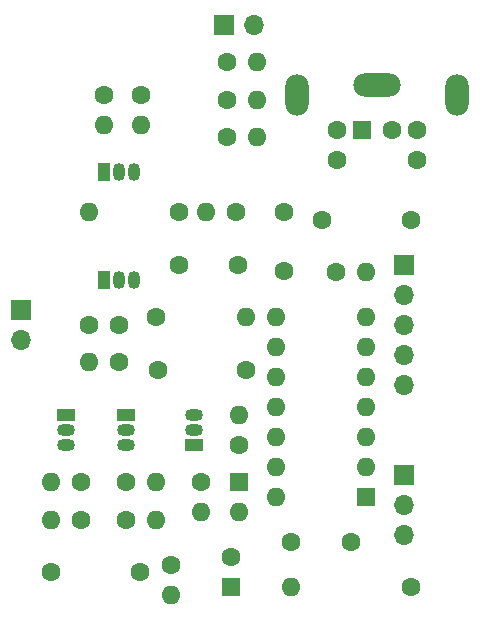
<source format=gbr>
%TF.GenerationSoftware,KiCad,Pcbnew,7.0.9-7.0.9~ubuntu22.04.1*%
%TF.CreationDate,2023-12-20T14:54:54+01:00*%
%TF.ProjectId,CoCo2VideoMod,436f436f-3256-4696-9465-6f4d6f642e6b,rev?*%
%TF.SameCoordinates,Original*%
%TF.FileFunction,Soldermask,Bot*%
%TF.FilePolarity,Negative*%
%FSLAX46Y46*%
G04 Gerber Fmt 4.6, Leading zero omitted, Abs format (unit mm)*
G04 Created by KiCad (PCBNEW 7.0.9-7.0.9~ubuntu22.04.1) date 2023-12-20 14:54:54*
%MOMM*%
%LPD*%
G01*
G04 APERTURE LIST*
%ADD10C,1.600000*%
%ADD11O,1.600000X1.600000*%
%ADD12R,1.700000X1.700000*%
%ADD13O,1.700000X1.700000*%
%ADD14R,1.600000X1.600000*%
%ADD15R,1.500000X1.050000*%
%ADD16O,1.500000X1.050000*%
%ADD17R,1.050000X1.500000*%
%ADD18O,1.050000X1.500000*%
%ADD19O,2.000000X3.500000*%
%ADD20O,4.000000X2.000000*%
G04 APERTURE END LIST*
D10*
%TO.C,C7*%
X224850000Y-66040000D03*
X232350000Y-66040000D03*
%TD*%
%TO.C,R12*%
X204470000Y-88265000D03*
D11*
X201930000Y-88265000D03*
%TD*%
D12*
%TO.C,J6*%
X216530000Y-49530000D03*
D13*
X219070000Y-49530000D03*
%TD*%
D10*
%TO.C,C1*%
X205125000Y-74930000D03*
X207625000Y-74930000D03*
%TD*%
D14*
%TO.C,C2*%
X217170000Y-97115000D03*
D10*
X217170000Y-94615000D03*
%TD*%
D14*
%TO.C,U1*%
X228590000Y-89540000D03*
D11*
X228590000Y-87000000D03*
X228590000Y-84460000D03*
X228590000Y-81920000D03*
X228590000Y-79380000D03*
X228590000Y-76840000D03*
X228590000Y-74300000D03*
X220970000Y-74300000D03*
X220970000Y-76840000D03*
X220970000Y-79380000D03*
X220970000Y-81920000D03*
X220970000Y-84460000D03*
X220970000Y-87000000D03*
X220970000Y-89540000D03*
%TD*%
D10*
%TO.C,R15*%
X206375000Y-55470000D03*
D11*
X206375000Y-58010000D03*
%TD*%
D10*
%TO.C,R17*%
X226060000Y-70485000D03*
D11*
X228600000Y-70485000D03*
%TD*%
D10*
%TO.C,L1*%
X232410000Y-97155000D03*
D11*
X222250000Y-97155000D03*
%TD*%
D10*
%TO.C,R6*%
X208280000Y-88265000D03*
D11*
X210820000Y-88265000D03*
%TD*%
D15*
%TO.C,Q4*%
X213995000Y-85090000D03*
D16*
X213995000Y-83820000D03*
X213995000Y-82550000D03*
%TD*%
D10*
%TO.C,R7*%
X204470000Y-91440000D03*
D11*
X201930000Y-91440000D03*
%TD*%
D14*
%TO.C,D1*%
X217805000Y-88265000D03*
D11*
X217805000Y-90805000D03*
%TD*%
D12*
%TO.C,J5*%
X199390000Y-73655000D03*
D13*
X199390000Y-76195000D03*
%TD*%
D15*
%TO.C,Q1*%
X203200000Y-82550000D03*
D16*
X203200000Y-83820000D03*
X203200000Y-85090000D03*
%TD*%
D10*
%TO.C,R2*%
X208280000Y-91440000D03*
D11*
X210820000Y-91440000D03*
%TD*%
D15*
%TO.C,Q5*%
X208280000Y-82550000D03*
D16*
X208280000Y-83820000D03*
X208280000Y-85090000D03*
%TD*%
D10*
%TO.C,R9*%
X212725000Y-65405000D03*
D11*
X205105000Y-65405000D03*
%TD*%
D10*
%TO.C,R10*%
X207645000Y-78105000D03*
D11*
X205105000Y-78105000D03*
%TD*%
D10*
%TO.C,C5*%
X210940000Y-78740000D03*
X218440000Y-78740000D03*
%TD*%
%TO.C,R13*%
X216760000Y-59055000D03*
D11*
X219300000Y-59055000D03*
%TD*%
D10*
%TO.C,C8*%
X221615000Y-70405000D03*
X221615000Y-65405000D03*
%TD*%
%TO.C,C4*%
X201930000Y-95885000D03*
X209430000Y-95885000D03*
%TD*%
%TO.C,R14*%
X217580000Y-65405000D03*
D11*
X215040000Y-65405000D03*
%TD*%
D10*
%TO.C,C3*%
X222250000Y-93345000D03*
X227250000Y-93345000D03*
%TD*%
D17*
%TO.C,Q2*%
X206375000Y-71120000D03*
D18*
X207645000Y-71120000D03*
X208915000Y-71120000D03*
%TD*%
D12*
%TO.C,J1*%
X231775000Y-69850000D03*
D13*
X231775000Y-72390000D03*
X231775000Y-74930000D03*
X231775000Y-77470000D03*
X231775000Y-80010000D03*
%TD*%
D10*
%TO.C,R16*%
X209550000Y-55470000D03*
D11*
X209550000Y-58010000D03*
%TD*%
D10*
%TO.C,C6*%
X212725000Y-69850000D03*
X217725000Y-69850000D03*
%TD*%
D14*
%TO.C,J3*%
X228200000Y-58460000D03*
D10*
X230800000Y-58460000D03*
X226100000Y-58460000D03*
X232900000Y-58460000D03*
X226100000Y-60960000D03*
X232900000Y-60960000D03*
D19*
X236250000Y-55460000D03*
D20*
X229500000Y-54660000D03*
D19*
X222750000Y-55460000D03*
%TD*%
D10*
%TO.C,R3*%
X212090000Y-95250000D03*
D11*
X212090000Y-97790000D03*
%TD*%
D12*
%TO.C,J2*%
X231775000Y-87630000D03*
D13*
X231775000Y-90170000D03*
X231775000Y-92710000D03*
%TD*%
D17*
%TO.C,Q3*%
X206375000Y-61955000D03*
D18*
X207645000Y-61955000D03*
X208915000Y-61955000D03*
%TD*%
D10*
%TO.C,R5*%
X216760000Y-55880000D03*
D11*
X219300000Y-55880000D03*
%TD*%
D10*
%TO.C,R1*%
X217805000Y-85090000D03*
D11*
X217805000Y-82550000D03*
%TD*%
D10*
%TO.C,R11*%
X216760000Y-52705000D03*
D11*
X219300000Y-52705000D03*
%TD*%
D10*
%TO.C,R4*%
X214630000Y-88265000D03*
D11*
X214630000Y-90805000D03*
%TD*%
D10*
%TO.C,R8*%
X210820000Y-74295000D03*
D11*
X218440000Y-74295000D03*
%TD*%
M02*

</source>
